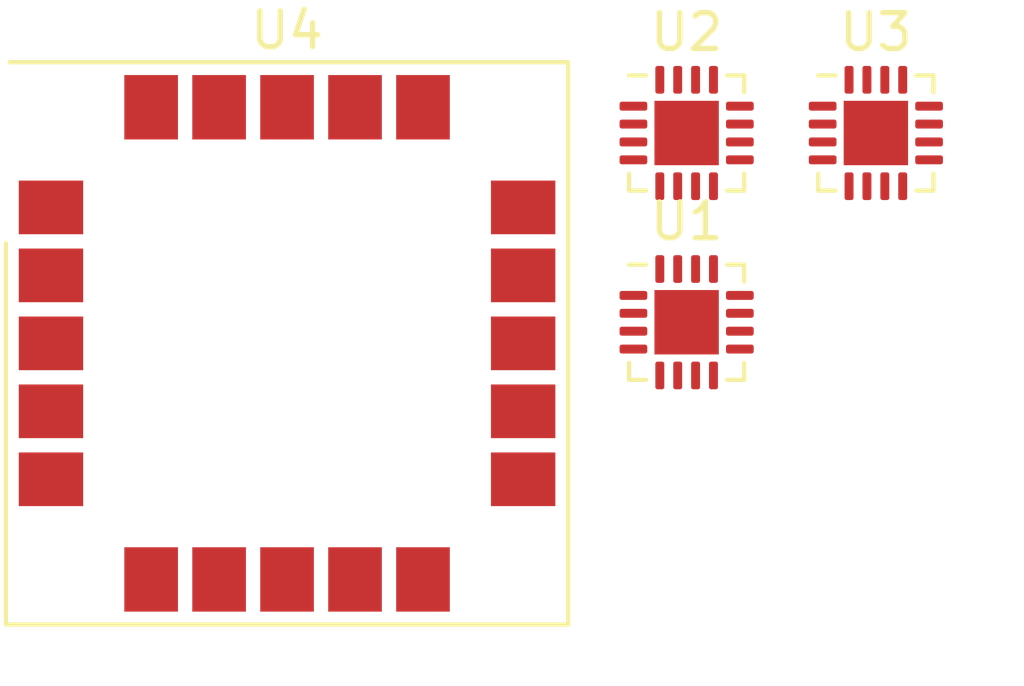
<source format=kicad_pcb>
(kicad_pcb (version 20211014) (generator pcbnew)
  (layers (0 "F.Cu" signal) (31 "B.Cu" signal) (34 "B.Paste" user) (35 "F.Paste" user) (36 "B.SilkS" user "B.Silkscreen") (37 "F.SilkS" user "F.Silkscreen") (38 "B.Mask" user) (39 "F.Mask" user) (44 "Edge.Cuts" user))
  (net 0 "")
  (net 52 "Net-(U4-Pad1)")
  (footprint "Package_DFN_QFN:VQFN-16-1EP_3x3mm_P0.5mm_EP1.8x1.8mm" (layer "F.Cu") (at 103.29 90.11)
    (fp_text reference "U3" (at 0 -2.82) (layer "F.SilkS"))
    (fp_text value "STSPIN220")
    (fp_line (start 1.61 -1.61) (end 1.61 -1.135) (layer "F.SilkS") (width 0.12))
    (fp_line (start -1.61 1.61) (end -1.61 1.135) (layer "F.SilkS") (width 0.12))
    (fp_line (start 1.61 1.61) (end 1.61 1.135) (layer "F.SilkS") (width 0.12))
    (fp_line (start 1.135 -1.61) (end 1.61 -1.61) (layer "F.SilkS") (width 0.12))
    (fp_line (start -1.135 1.61) (end -1.61 1.61) (layer "F.SilkS") (width 0.12))
    (fp_line (start 1.135 1.61) (end 1.61 1.61) (layer "F.SilkS") (width 0.12))
    (fp_line (start -1.135 -1.61) (end -1.61 -1.61) (layer "F.SilkS") (width 0.12))
    (pad "1" smd roundrect (at -1.4875 -0.75) (size 0.775 0.25) (layers "F.Cu" "F.Paste" "F.Mask"))
    (pad "2" smd roundrect (at -1.4875 -0.25) (size 0.775 0.25) (layers "F.Cu" "F.Paste" "F.Mask"))
    (pad "3" smd roundrect (at -1.4875 0.25) (size 0.775 0.25) (layers "F.Cu" "F.Paste" "F.Mask"))
    (pad "4" smd roundrect (at -1.4875 0.75) (size 0.775 0.25) (layers "F.Cu" "F.Paste" "F.Mask"))
    (pad "5" smd roundrect (at -0.75 1.4875) (size 0.25 0.775) (layers "F.Cu" "F.Paste" "F.Mask"))
    (pad "6" smd roundrect (at -0.25 1.4875) (size 0.25 0.775) (layers "F.Cu" "F.Paste" "F.Mask"))
    (pad "7" smd roundrect (at 0.25 1.4875) (size 0.25 0.775) (layers "F.Cu" "F.Paste" "F.Mask"))
    (pad "8" smd roundrect (at 0.75 1.4875) (size 0.25 0.775) (layers "F.Cu" "F.Paste" "F.Mask"))
    (pad "9" smd roundrect (at 1.4875 0.75) (size 0.775 0.25) (layers "F.Cu" "F.Paste" "F.Mask"))
    (pad "10" smd roundrect (at 1.4875 0.25) (size 0.775 0.25) (layers "F.Cu" "F.Paste" "F.Mask"))
    (pad "11" smd roundrect (at 1.4875 -0.25) (size 0.775 0.25) (layers "F.Cu" "F.Paste" "F.Mask"))
    (pad "12" smd roundrect (at 1.4875 -0.75) (size 0.775 0.25) (layers "F.Cu" "F.Paste" "F.Mask"))
    (pad "13" smd roundrect (at 0.75 -1.4875) (size 0.25 0.775) (layers "F.Cu" "F.Paste" "F.Mask"))
    (pad "14" smd roundrect (at 0.25 -1.4875) (size 0.25 0.775) (layers "F.Cu" "F.Paste" "F.Mask"))
    (pad "15" smd roundrect (at -0.25 -1.4875) (size 0.25 0.775) (layers "F.Cu" "F.Paste" "F.Mask"))
    (pad "16" smd roundrect (at -0.75 -1.4875) (size 0.25 0.775) (layers "F.Cu" "F.Paste" "F.Mask"))
    (pad "17" smd rect (at 0 0) (size 1.8 1.8) (layers "F.Cu" "F.Mask"))
  )
  (footprint "RF_GPS:ublox_SAM-M8Q" (layer "F.Cu") (at 86.83 95.99)
    (fp_text reference "U4" (at 0 -8.75) (layer "F.SilkS"))
    (fp_text value "SAM-M8Q")
    (fp_line (start -7.86 -2.8) (end -7.86 7.86) (layer "F.SilkS") (width 0.12))
    (fp_line (start 7.86 -7.86) (end 7.86 7.86) (layer "F.SilkS") (width 0.12))
    (fp_line (start -7.86 7.86) (end 7.86 7.86) (layer "F.SilkS") (width 0.12))
    (fp_line (start -7.75 -7.86) (end 7.86 -7.86) (layer "F.SilkS") (width 0.12))
    (pad "1" smd rect (at -6.6 -3.8) (size 1.8 1.5) (layers "F.Cu" "F.Mask") (net 52 "Net-(U4-Pad1)"))
    (pad "2" smd rect (at -6.6 -1.9) (size 1.8 1.5) (layers "F.Cu" "F.Mask"))
    (pad "3" smd rect (at -6.6 0) (size 1.8 1.5) (layers "F.Cu" "F.Mask"))
    (pad "4" smd rect (at -6.6 1.9) (size 1.8 1.5) (layers "F.Cu" "F.Mask") (net 52 "Net-(U4-Pad1)"))
    (pad "5" smd rect (at -6.6 3.8) (size 1.8 1.5) (layers "F.Cu" "F.Mask") (net 52 "Net-(U4-Pad1)"))
    (pad "6" smd rect (at -3.8 6.6) (size 1.5 1.8) (layers "F.Cu" "F.Mask") (net 52 "Net-(U4-Pad1)"))
    (pad "7" smd rect (at -1.9 6.6) (size 1.5 1.8) (layers "F.Cu" "F.Mask"))
    (pad "8" smd rect (at 0 6.6) (size 1.5 1.8) (layers "F.Cu" "F.Mask"))
    (pad "9" smd rect (at 1.9 6.6) (size 1.5 1.8) (layers "F.Cu" "F.Mask"))
    (pad "10" smd rect (at 3.8 6.6) (size 1.5 1.8) (layers "F.Cu" "F.Mask") (net 52 "Net-(U4-Pad1)"))
    (pad "11" smd rect (at 6.6 3.8) (size 1.8 1.5) (layers "F.Cu" "F.Mask") (net 52 "Net-(U4-Pad1)"))
    (pad "12" smd rect (at 6.6 1.9) (size 1.8 1.5) (layers "F.Cu" "F.Mask"))
    (pad "13" smd rect (at 6.6 0) (size 1.8 1.5) (layers "F.Cu" "F.Mask"))
    (pad "14" smd rect (at 6.6 -1.9) (size 1.8 1.5) (layers "F.Cu" "F.Mask"))
    (pad "15" smd rect (at 6.6 -3.8) (size 1.8 1.5) (layers "F.Cu" "F.Mask") (net 52 "Net-(U4-Pad1)"))
    (pad "16" smd rect (at 3.8 -6.6) (size 1.5 1.8) (layers "F.Cu" "F.Mask") (net 52 "Net-(U4-Pad1)"))
    (pad "17" smd rect (at 1.9 -6.6) (size 1.5 1.8) (layers "F.Cu" "F.Mask"))
    (pad "18" smd rect (at 0 -6.6) (size 1.5 1.8) (layers "F.Cu" "F.Mask"))
    (pad "19" smd rect (at -1.9 -6.6) (size 1.5 1.8) (layers "F.Cu" "F.Mask"))
    (pad "20" smd rect (at -3.8 -6.6) (size 1.5 1.8) (layers "F.Cu" "F.Mask") (net 52 "Net-(U4-Pad1)"))
  )
  (footprint "Package_DFN_QFN:VQFN-16-1EP_3x3mm_P0.5mm_EP1.8x1.8mm" (layer "F.Cu") (at 98 95.4)
    (fp_text reference "U1" (at 0 -2.82) (layer "F.SilkS"))
    (fp_text value "STSPIN220")
    (fp_line (start 1.135 -1.61) (end 1.61 -1.61) (layer "F.SilkS") (width 0.12))
    (fp_line (start 1.61 -1.61) (end 1.61 -1.135) (layer "F.SilkS") (width 0.12))
    (fp_line (start 1.135 1.61) (end 1.61 1.61) (layer "F.SilkS") (width 0.12))
    (fp_line (start -1.135 1.61) (end -1.61 1.61) (layer "F.SilkS") (width 0.12))
    (fp_line (start -1.61 1.61) (end -1.61 1.135) (layer "F.SilkS") (width 0.12))
    (fp_line (start 1.61 1.61) (end 1.61 1.135) (layer "F.SilkS") (width 0.12))
    (fp_line (start -1.135 -1.61) (end -1.61 -1.61) (layer "F.SilkS") (width 0.12))
    (pad "1" smd roundrect (at -1.4875 -0.75) (size 0.775 0.25) (layers "F.Cu" "F.Paste" "F.Mask"))
    (pad "2" smd roundrect (at -1.4875 -0.25) (size 0.775 0.25) (layers "F.Cu" "F.Paste" "F.Mask"))
    (pad "3" smd roundrect (at -1.4875 0.25) (size 0.775 0.25) (layers "F.Cu" "F.Paste" "F.Mask"))
    (pad "4" smd roundrect (at -1.4875 0.75) (size 0.775 0.25) (layers "F.Cu" "F.Paste" "F.Mask"))
    (pad "5" smd roundrect (at -0.75 1.4875) (size 0.25 0.775) (layers "F.Cu" "F.Paste" "F.Mask"))
    (pad "6" smd roundrect (at -0.25 1.4875) (size 0.25 0.775) (layers "F.Cu" "F.Paste" "F.Mask"))
    (pad "7" smd roundrect (at 0.25 1.4875) (size 0.25 0.775) (layers "F.Cu" "F.Paste" "F.Mask"))
    (pad "8" smd roundrect (at 0.75 1.4875) (size 0.25 0.775) (layers "F.Cu" "F.Paste" "F.Mask"))
    (pad "9" smd roundrect (at 1.4875 0.75) (size 0.775 0.25) (layers "F.Cu" "F.Paste" "F.Mask"))
    (pad "10" smd roundrect (at 1.4875 0.25) (size 0.775 0.25) (layers "F.Cu" "F.Paste" "F.Mask"))
    (pad "11" smd roundrect (at 1.4875 -0.25) (size 0.775 0.25) (layers "F.Cu" "F.Paste" "F.Mask"))
    (pad "12" smd roundrect (at 1.4875 -0.75) (size 0.775 0.25) (layers "F.Cu" "F.Paste" "F.Mask"))
    (pad "13" smd roundrect (at 0.75 -1.4875) (size 0.25 0.775) (layers "F.Cu" "F.Paste" "F.Mask"))
    (pad "14" smd roundrect (at 0.25 -1.4875) (size 0.25 0.775) (layers "F.Cu" "F.Paste" "F.Mask"))
    (pad "15" smd roundrect (at -0.25 -1.4875) (size 0.25 0.775) (layers "F.Cu" "F.Paste" "F.Mask"))
    (pad "16" smd roundrect (at -0.75 -1.4875) (size 0.25 0.775) (layers "F.Cu" "F.Paste" "F.Mask"))
    (pad "17" smd rect (at 0 0) (size 1.8 1.8) (layers "F.Cu" "F.Mask"))
  )
  (footprint "Package_DFN_QFN:VQFN-16-1EP_3x3mm_P0.5mm_EP1.8x1.8mm" (layer "F.Cu") (at 98 90.11)
    (fp_text reference "U2" (at 0 -2.82) (layer "F.SilkS"))
    (fp_text value "STSPIN220")
    (fp_line (start 1.61 1.61) (end 1.61 1.135) (layer "F.SilkS") (width 0.12))
    (fp_line (start -1.135 -1.61) (end -1.61 -1.61) (layer "F.SilkS") (width 0.12))
    (fp_line (start -1.135 1.61) (end -1.61 1.61) (layer "F.SilkS") (width 0.12))
    (fp_line (start 1.135 1.61) (end 1.61 1.61) (layer "F.SilkS") (width 0.12))
    (fp_line (start -1.61 1.61) (end -1.61 1.135) (layer "F.SilkS") (width 0.12))
    (fp_line (start 1.135 -1.61) (end 1.61 -1.61) (layer "F.SilkS") (width 0.12))
    (fp_line (start 1.61 -1.61) (end 1.61 -1.135) (layer "F.SilkS") (width 0.12))
    (pad "1" smd roundrect (at -1.4875 -0.75) (size 0.775 0.25) (layers "F.Cu" "F.Paste" "F.Mask"))
    (pad "2" smd roundrect (at -1.4875 -0.25) (size 0.775 0.25) (layers "F.Cu" "F.Paste" "F.Mask"))
    (pad "3" smd roundrect (at -1.4875 0.25) (size 0.775 0.25) (layers "F.Cu" "F.Paste" "F.Mask"))
    (pad "4" smd roundrect (at -1.4875 0.75) (size 0.775 0.25) (layers "F.Cu" "F.Paste" "F.Mask"))
    (pad "5" smd roundrect (at -0.75 1.4875) (size 0.25 0.775) (layers "F.Cu" "F.Paste" "F.Mask"))
    (pad "6" smd roundrect (at -0.25 1.4875) (size 0.25 0.775) (layers "F.Cu" "F.Paste" "F.Mask"))
    (pad "7" smd roundrect (at 0.25 1.4875) (size 0.25 0.775) (layers "F.Cu" "F.Paste" "F.Mask"))
    (pad "8" smd roundrect (at 0.75 1.4875) (size 0.25 0.775) (layers "F.Cu" "F.Paste" "F.Mask"))
    (pad "9" smd roundrect (at 1.4875 0.75) (size 0.775 0.25) (layers "F.Cu" "F.Paste" "F.Mask"))
    (pad "10" smd roundrect (at 1.4875 0.25) (size 0.775 0.25) (layers "F.Cu" "F.Paste" "F.Mask"))
    (pad "11" smd roundrect (at 1.4875 -0.25) (size 0.775 0.25) (layers "F.Cu" "F.Paste" "F.Mask"))
    (pad "12" smd roundrect (at 1.4875 -0.75) (size 0.775 0.25) (layers "F.Cu" "F.Paste" "F.Mask"))
    (pad "13" smd roundrect (at 0.75 -1.4875) (size 0.25 0.775) (layers "F.Cu" "F.Paste" "F.Mask"))
    (pad "14" smd roundrect (at 0.25 -1.4875) (size 0.25 0.775) (layers "F.Cu" "F.Paste" "F.Mask"))
    (pad "15" smd roundrect (at -0.25 -1.4875) (size 0.25 0.775) (layers "F.Cu" "F.Paste" "F.Mask"))
    (pad "16" smd roundrect (at -0.75 -1.4875) (size 0.25 0.775) (layers "F.Cu" "F.Paste" "F.Mask"))
    (pad "17" smd rect (at 0 0) (size 1.8 1.8) (layers "F.Cu" "F.Mask"))
  )
)
</source>
